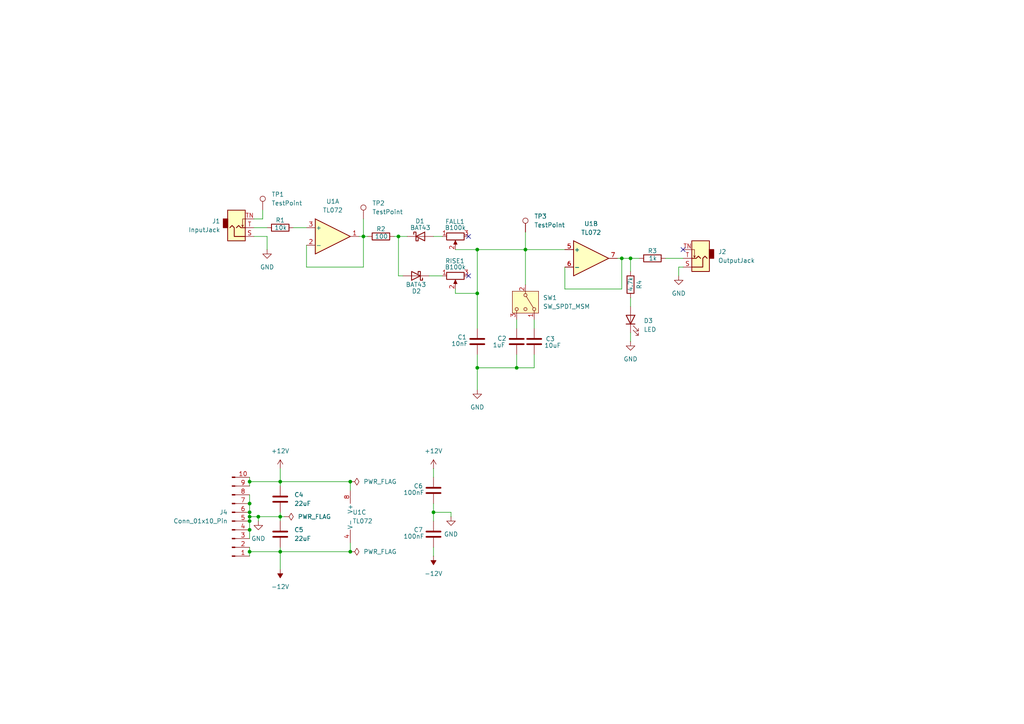
<source format=kicad_sch>
(kicad_sch (version 20231120) (generator "eeschema") (generator_version "8.0")
  (paper "A4")
  (title_block (title "MiniSlew") (rev "v0.1") (company "benjiaomodular") (comment 1 "Slew Limiter for Eurorack"))
  (lib_symbols
    (symbol "Amplifier_Operational:TL072" (pin_names (offset 0.127))
      (property "Reference" "U" (at 0 5.08 0))
      (property "Value" "TL072" (at 0 -5.08 0))
      (symbol "TL072_1_1"
        (polyline (pts (xy -5.08 5.08) (xy 5.08 0) (xy -5.08 -5.08) (xy -5.08 5.08)) (stroke (width 0.254)) (fill (type background)))
        (pin output line (at 7.62 0 180) (length 2.54) (name "~") (number "1"))
        (pin input line (at -7.62 -2.54 0) (length 2.54) (name "-") (number "2"))
        (pin input line (at -7.62 2.54 0) (length 2.54) (name "+") (number "3"))
      )
      (symbol "TL072_2_1"
        (polyline (pts (xy -5.08 5.08) (xy 5.08 0) (xy -5.08 -5.08) (xy -5.08 5.08)) (stroke (width 0.254)) (fill (type background)))
        (pin input line (at -7.62 2.54 0) (length 2.54) (name "+") (number "5"))
        (pin input line (at -7.62 -2.54 0) (length 2.54) (name "-") (number "6"))
        (pin output line (at 7.62 0 180) (length 2.54) (name "~") (number "7"))
      )
      (symbol "TL072_3_1"
        (pin power_in line (at -2.54 -7.62 90) (length 3.81) (name "V-") (number "4"))
        (pin power_in line (at -2.54 7.62 270) (length 3.81) (name "V+") (number "8"))
      )
    )
    (symbol "Connector:Conn_01x10_Pin" (pin_names (offset 1.016) hide)
      (property "Reference" "J" (at 0 12.7 0))
      (property "Value" "Conn_01x10_Pin" (at 0 -15.24 0))
      (symbol "Conn_01x10_Pin_1_1"
        (polyline (pts (xy 1.27 -12.7) (xy 0.8636 -12.7)) (stroke (width 0.1524)))
        (polyline (pts (xy 1.27 -10.16) (xy 0.8636 -10.16)) (stroke (width 0.1524)))
        (polyline (pts (xy 1.27 -7.62) (xy 0.8636 -7.62)) (stroke (width 0.1524)))
        (polyline (pts (xy 1.27 -5.08) (xy 0.8636 -5.08)) (stroke (width 0.1524)))
        (polyline (pts (xy 1.27 -2.54) (xy 0.8636 -2.54)) (stroke (width 0.1524)))
        (polyline (pts (xy 1.27 0) (xy 0.8636 0)) (stroke (width 0.1524)))
        (polyline (pts (xy 1.27 2.54) (xy 0.8636 2.54)) (stroke (width 0.1524)))
        (polyline (pts (xy 1.27 5.08) (xy 0.8636 5.08)) (stroke (width 0.1524)))
        (polyline (pts (xy 1.27 7.62) (xy 0.8636 7.62)) (stroke (width 0.1524)))
        (polyline (pts (xy 1.27 10.16) (xy 0.8636 10.16)) (stroke (width 0.1524)))
        (rectangle (start 0.8636 -12.573) (end 0 -12.827) (stroke (width 0.1524)) (fill (type outline)))
        (rectangle (start 0.8636 -10.033) (end 0 -10.287) (stroke (width 0.1524)) (fill (type outline)))
        (rectangle (start 0.8636 -7.493) (end 0 -7.747) (stroke (width 0.1524)) (fill (type outline)))
        (rectangle (start 0.8636 -4.953) (end 0 -5.207) (stroke (width 0.1524)) (fill (type outline)))
        (rectangle (start 0.8636 -2.413) (end 0 -2.667) (stroke (width 0.1524)) (fill (type outline)))
        (rectangle (start 0.8636 0.127) (end 0 -0.127) (stroke (width 0.1524)) (fill (type outline)))
        (rectangle (start 0.8636 2.667) (end 0 2.413) (stroke (width 0.1524)) (fill (type outline)))
        (rectangle (start 0.8636 5.207) (end 0 4.953) (stroke (width 0.1524)) (fill (type outline)))
        (rectangle (start 0.8636 7.747) (end 0 7.493) (stroke (width 0.1524)) (fill (type outline)))
        (rectangle (start 0.8636 10.287) (end 0 10.033) (stroke (width 0.1524)) (fill (type outline)))
        (pin passive line (at 5.08 10.16 180) (length 3.81) (name "Pin_1") (number "1"))
        (pin passive line (at 5.08 -12.7 180) (length 3.81) (name "Pin_10") (number "10"))
        (pin passive line (at 5.08 7.62 180) (length 3.81) (name "Pin_2") (number "2"))
        (pin passive line (at 5.08 5.08 180) (length 3.81) (name "Pin_3") (number "3"))
        (pin passive line (at 5.08 2.54 180) (length 3.81) (name "Pin_4") (number "4"))
        (pin passive line (at 5.08 0 180) (length 3.81) (name "Pin_5") (number "5"))
        (pin passive line (at 5.08 -2.54 180) (length 3.81) (name "Pin_6") (number "6"))
        (pin passive line (at 5.08 -5.08 180) (length 3.81) (name "Pin_7") (number "7"))
        (pin passive line (at 5.08 -7.62 180) (length 3.81) (name "Pin_8") (number "8"))
        (pin passive line (at 5.08 -10.16 180) (length 3.81) (name "Pin_9") (number "9"))
      )
    )
    (symbol "Connector:TestPoint" (pin_numbers hide) (pin_names (offset 0.762) hide)
      (property "Reference" "TP" (at 0 6.858 0))
      (property "Value" "TestPoint" (at 0 5.08 0))
      (symbol "TestPoint_0_1"
        (circle (center 0 3.302) (radius 0.762))
      )
      (symbol "TestPoint_1_1"
        (pin passive line (at 0 0 90) (length 2.54) (name "1") (number "1"))
      )
    )
    (symbol "Connector_Audio:AudioJack2_SwitchT"
      (property "Reference" "J" (at 0 8.89 0))
      (property "Value" "AudioJack2_SwitchT" (at 0 6.35 0))
      (symbol "AudioJack2_SwitchT_0_1"
        (rectangle (start -2.54 0) (end -3.81 -2.54) (stroke (width 0.254)) (fill (type outline)))
        (polyline (pts (xy 1.778 -0.254) (xy 2.032 -0.762)))
        (polyline (pts (xy 0 0) (xy 0.635 -0.635) (xy 1.27 0) (xy 2.54 0)) (stroke (width 0.254)))
        (polyline (pts (xy 2.54 -2.54) (xy 1.778 -2.54) (xy 1.778 -0.254) (xy 1.524 -0.762)))
        (polyline (pts (xy 2.54 2.54) (xy -0.635 2.54) (xy -0.635 0) (xy -1.27 -0.635) (xy -1.905 0)) (stroke (width 0.254)))
        (rectangle (start 2.54 3.81) (end -2.54 -5.08) (stroke (width 0.254)) (fill (type background)))
      )
      (symbol "AudioJack2_SwitchT_1_1"
        (pin passive line (at 5.08 2.54 180) (length 2.54) (name "~") (number "S"))
        (pin passive line (at 5.08 0 180) (length 2.54) (name "~") (number "T"))
        (pin passive line (at 5.08 -2.54 180) (length 2.54) (name "~") (number "TN"))
      )
    )
    (symbol "Device:C" (pin_numbers hide) (pin_names (offset 0.254))
      (property "Reference" "C" (at 0.635 2.54 0))
      (property "Value" "C" (at 0.635 -2.54 0))
      (symbol "C_0_1"
        (polyline (pts (xy -2.032 -0.762) (xy 2.032 -0.762)) (stroke (width 0.508)))
        (polyline (pts (xy -2.032 0.762) (xy 2.032 0.762)) (stroke (width 0.508)))
      )
      (symbol "C_1_1"
        (pin passive line (at 0 3.81 270) (length 2.794) (name "~") (number "1"))
        (pin passive line (at 0 -3.81 90) (length 2.794) (name "~") (number "2"))
      )
    )
    (symbol "Device:LED" (pin_numbers hide) (pin_names (offset 1.016) hide)
      (property "Reference" "D" (at 0 2.54 0))
      (property "Value" "LED" (at 0 -2.54 0))
      (symbol "LED_0_1"
        (polyline (pts (xy -1.27 -1.27) (xy -1.27 1.27)) (stroke (width 0.254)))
        (polyline (pts (xy -1.27 0) (xy 1.27 0)))
        (polyline (pts (xy 1.27 -1.27) (xy 1.27 1.27) (xy -1.27 0) (xy 1.27 -1.27)) (stroke (width 0.254)))
        (polyline (pts (xy -3.048 -0.762) (xy -4.572 -2.286) (xy -3.81 -2.286) (xy -4.572 -2.286) (xy -4.572 -1.524)))
        (polyline (pts (xy -1.778 -0.762) (xy -3.302 -2.286) (xy -2.54 -2.286) (xy -3.302 -2.286) (xy -3.302 -1.524)))
      )
      (symbol "LED_1_1"
        (pin passive line (at -3.81 0 0) (length 2.54) (name "K") (number "1"))
        (pin passive line (at 3.81 0 180) (length 2.54) (name "A") (number "2"))
      )
    )
    (symbol "Device:R" (pin_numbers hide) (pin_names (offset 0))
      (property "Reference" "R" (at 2.032 0 90))
      (property "Value" "R" (at 0 0 90))
      (symbol "R_0_1"
        (rectangle (start -1.016 -2.54) (end 1.016 2.54) (stroke (width 0.254)))
      )
      (symbol "R_1_1"
        (pin passive line (at 0 3.81 270) (length 1.27) (name "~") (number "1"))
        (pin passive line (at 0 -3.81 90) (length 1.27) (name "~") (number "2"))
      )
    )
    (symbol "Device:R_Potentiometer" (pin_names (offset 1.016) hide)
      (property "Reference" "RV" (at -4.445 0 90))
      (property "Value" "R_Potentiometer" (at -2.54 0 90))
      (symbol "R_Potentiometer_0_1"
        (polyline (pts (xy 2.54 0) (xy 1.524 0)))
        (polyline (pts (xy 1.143 0) (xy 2.286 0.508) (xy 2.286 -0.508) (xy 1.143 0)) (fill (type outline)))
        (rectangle (start 1.016 2.54) (end -1.016 -2.54) (stroke (width 0.254)))
      )
      (symbol "R_Potentiometer_1_1"
        (pin passive line (at 0 3.81 270) (length 1.27) (name "1") (number "1"))
        (pin passive line (at 3.81 0 180) (length 1.27) (name "2") (number "2"))
        (pin passive line (at 0 -3.81 90) (length 1.27) (name "3") (number "3"))
      )
    )
    (symbol "Diode:BAT43" (pin_numbers hide) (pin_names (offset 1.016) hide)
      (property "Reference" "D" (at 0 2.54 0))
      (property "Value" "BAT43" (at 0 -2.54 0))
      (symbol "BAT43_0_1"
        (polyline (pts (xy 1.27 0) (xy -1.27 0)))
        (polyline (pts (xy 1.27 1.27) (xy 1.27 -1.27) (xy -1.27 0) (xy 1.27 1.27)) (stroke (width 0.254)))
        (polyline (pts (xy -1.905 0.635) (xy -1.905 1.27) (xy -1.27 1.27) (xy -1.27 -1.27) (xy -0.635 -1.27) (xy -0.635 -0.635)) (stroke (width 0.254)))
      )
      (symbol "BAT43_1_1"
        (pin passive line (at -3.81 0 0) (length 2.54) (name "K") (number "1"))
        (pin passive line (at 3.81 0 180) (length 2.54) (name "A") (number "2"))
      )
    )
    (symbol "GND_1" (power) (pin_numbers hide) (pin_names (offset 0) hide)
      (property "Value" "GND" (at 0 -3.81 0))
      (symbol "GND_1_0_1"
        (polyline (pts (xy 0 0) (xy 0 -1.27) (xy 1.27 -1.27) (xy 0 -2.54) (xy -1.27 -1.27) (xy 0 -1.27)))
      )
      (symbol "GND_1_1_1"
        (pin power_in line (at 0 0 270) (length 0) (name "~") (number "1"))
      )
    )
    (symbol "Switch:SW_SPDT_MSM" (pin_names (offset 0) hide)
      (property "Reference" "SW" (at 0 5.08 0))
      (property "Value" "SW_SPDT_MSM" (at 0 -5.08 0))
      (symbol "SW_SPDT_MSM_0_1"
        (circle (center -2.032 0) (radius 0.4572))
        (polyline (pts (xy -1.651 0.254) (xy 1.651 2.286)))
        (circle (center 2.032 -2.54) (radius 0.4572))
        (circle (center 2.032 0) (radius 0.4572))
        (circle (center 2.032 2.54) (radius 0.4572))
      )
      (symbol "SW_SPDT_MSM_1_1"
        (rectangle (start -3.175 3.81) (end 3.175 -3.81) (fill (type background)))
        (pin passive line (at 5.08 2.54 180) (length 2.54) (name "1") (number "1"))
        (pin passive line (at -5.08 0 0) (length 2.54) (name "3") (number "2"))
        (pin passive line (at 5.08 -2.54 180) (length 2.54) (name "4") (number "3"))
      )
    )
    (symbol "power:+12V" (power) (pin_numbers hide) (pin_names (offset 0) hide)
      (property "Value" "+12V" (at 0 3.556 0))
      (symbol "+12V_0_1"
        (polyline (pts (xy -0.762 1.27) (xy 0 2.54)))
        (polyline (pts (xy 0 0) (xy 0 2.54)))
        (polyline (pts (xy 0 2.54) (xy 0.762 1.27)))
      )
      (symbol "+12V_1_1"
        (pin power_in line (at 0 0 90) (length 0) (name "~") (number "1"))
      )
    )
    (symbol "power:-12V" (power) (pin_numbers hide) (pin_names (offset 0) hide)
      (property "Value" "-12V" (at 0 3.556 0))
      (symbol "-12V_0_0"
        (pin power_in line (at 0 0 90) (length 0) (name "~") (number "1"))
      )
      (symbol "-12V_0_1"
        (polyline (pts (xy 0 0) (xy 0 1.27) (xy 0.762 1.27) (xy 0 2.54) (xy -0.762 1.27) (xy 0 1.27)) (fill (type outline)))
      )
    )
    (symbol "power:PWR_FLAG" (power) (pin_numbers hide) (pin_names (offset 0) hide)
      (property "Value" "PWR_FLAG" (at 0 3.81 0))
      (symbol "PWR_FLAG_0_0"
        (pin power_out line (at 0 0 90) (length 0) (name "~") (number "1"))
      )
      (symbol "PWR_FLAG_0_1"
        (polyline (pts (xy 0 0) (xy 0 1.27) (xy -1.016 1.905) (xy 0 2.54) (xy 1.016 1.905) (xy 0 1.27)))
      )
    )
  )
  (junction (at 72.39 160.02))
  (junction (at 115.57 68.58))
  (junction (at 125.73 148.59))
  (junction (at 152.4 72.39))
  (junction (at 138.43 72.39))
  (junction (at 72.39 139.7))
  (junction (at 138.43 106.68))
  (junction (at 72.39 149.86))
  (junction (at 138.43 85.09))
  (junction (at 81.28 149.86))
  (junction (at 101.6 139.7))
  (junction (at 74.93 149.86))
  (junction (at 105.41 68.58))
  (junction (at 81.28 160.02))
  (junction (at 81.28 139.7))
  (junction (at 72.39 151.13))
  (junction (at 182.88 74.93))
  (junction (at 72.39 148.59))
  (junction (at 149.86 106.68))
  (junction (at 72.39 153.67))
  (junction (at 101.6 160.02))
  (junction (at 72.39 146.05))
  (junction (at 180.34 74.93))
  (no_connect (at 135.89 68.58))
  (no_connect (at 135.89 80.01))
  (no_connect (at 198.12 72.39))
  (wire (pts (xy 138.43 72.39) (xy 152.4 72.39)))
  (wire (pts (xy 104.14 68.58) (xy 105.41 68.58)))
  (wire (pts (xy 152.4 72.39) (xy 163.83 72.39)))
  (wire (pts (xy 138.43 102.87) (xy 138.43 106.68)))
  (wire (pts (xy 138.43 106.68) (xy 138.43 113.03)))
  (wire (pts (xy 196.85 77.47) (xy 196.85 80.01)))
  (wire (pts (xy 179.07 74.93) (xy 180.34 74.93)))
  (wire (pts (xy 81.28 148.59) (xy 81.28 149.86)))
  (wire (pts (xy 81.28 139.7) (xy 101.6 139.7)))
  (wire (pts (xy 115.57 80.01) (xy 116.84 80.01)))
  (wire (pts (xy 74.93 149.86) (xy 74.93 151.13)))
  (wire (pts (xy 154.94 102.87) (xy 154.94 106.68)))
  (wire (pts (xy 81.28 158.75) (xy 81.28 160.02)))
  (wire (pts (xy 106.68 68.58) (xy 105.41 68.58)))
  (wire (pts (xy 72.39 160.02) (xy 81.28 160.02)))
  (wire (pts (xy 81.28 160.02) (xy 101.6 160.02)))
  (wire (pts (xy 74.93 149.86) (xy 81.28 149.86)))
  (wire (pts (xy 77.47 68.58) (xy 77.47 72.39)))
  (wire (pts (xy 138.43 106.68) (xy 149.86 106.68)))
  (wire (pts (xy 182.88 74.93) (xy 185.42 74.93)))
  (wire (pts (xy 72.39 151.13) (xy 72.39 153.67)))
  (wire (pts (xy 132.08 85.09) (xy 132.08 83.82)))
  (wire (pts (xy 149.86 92.71) (xy 149.86 95.25)))
  (wire (pts (xy 149.86 106.68) (xy 154.94 106.68)))
  (wire (pts (xy 115.57 68.58) (xy 115.57 80.01)))
  (wire (pts (xy 73.66 68.58) (xy 77.47 68.58)))
  (wire (pts (xy 101.6 157.48) (xy 101.6 160.02)))
  (wire (pts (xy 101.6 139.7) (xy 101.6 142.24)))
  (wire (pts (xy 114.3 68.58) (xy 115.57 68.58)))
  (wire (pts (xy 138.43 85.09) (xy 138.43 95.25)))
  (wire (pts (xy 125.73 158.75) (xy 125.73 161.29)))
  (wire (pts (xy 130.81 148.59) (xy 125.73 148.59)))
  (wire (pts (xy 125.73 146.05) (xy 125.73 148.59)))
  (wire (pts (xy 72.39 160.02) (xy 72.39 161.29)))
  (wire (pts (xy 182.88 86.36) (xy 182.88 88.9)))
  (wire (pts (xy 154.94 92.71) (xy 154.94 95.25)))
  (wire (pts (xy 132.08 85.09) (xy 138.43 85.09)))
  (wire (pts (xy 81.28 149.86) (xy 82.55 149.86)))
  (wire (pts (xy 180.34 74.93) (xy 180.34 83.82)))
  (wire (pts (xy 72.39 153.67) (xy 72.39 156.21)))
  (wire (pts (xy 81.28 160.02) (xy 81.28 165.1)))
  (wire (pts (xy 163.83 83.82) (xy 163.83 77.47)))
  (wire (pts (xy 152.4 72.39) (xy 152.4 82.55)))
  (wire (pts (xy 72.39 139.7) (xy 72.39 140.97)))
  (wire (pts (xy 124.46 80.01) (xy 128.27 80.01)))
  (wire (pts (xy 193.04 74.93) (xy 198.12 74.93)))
  (wire (pts (xy 130.81 149.86) (xy 130.81 148.59)))
  (wire (pts (xy 132.08 72.39) (xy 138.43 72.39)))
  (wire (pts (xy 72.39 138.43) (xy 72.39 139.7)))
  (wire (pts (xy 182.88 74.93) (xy 182.88 78.74)))
  (wire (pts (xy 72.39 148.59) (xy 72.39 149.86)))
  (wire (pts (xy 180.34 74.93) (xy 182.88 74.93)))
  (wire (pts (xy 72.39 146.05) (xy 72.39 148.59)))
  (wire (pts (xy 76.2 63.5) (xy 73.66 63.5)))
  (wire (pts (xy 73.66 66.04) (xy 77.47 66.04)))
  (wire (pts (xy 76.2 60.96) (xy 76.2 63.5)))
  (wire (pts (xy 105.41 63.5) (xy 105.41 68.58)))
  (wire (pts (xy 138.43 72.39) (xy 138.43 85.09)))
  (wire (pts (xy 180.34 83.82) (xy 163.83 83.82)))
  (wire (pts (xy 149.86 102.87) (xy 149.86 106.68)))
  (wire (pts (xy 81.28 139.7) (xy 81.28 140.97)))
  (wire (pts (xy 85.09 66.04) (xy 88.9 66.04)))
  (wire (pts (xy 125.73 68.58) (xy 128.27 68.58)))
  (wire (pts (xy 81.28 149.86) (xy 81.28 151.13)))
  (wire (pts (xy 72.39 143.51) (xy 72.39 146.05)))
  (wire (pts (xy 72.39 149.86) (xy 72.39 151.13)))
  (wire (pts (xy 115.57 68.58) (xy 118.11 68.58)))
  (wire (pts (xy 81.28 135.89) (xy 81.28 139.7)))
  (wire (pts (xy 196.85 77.47) (xy 198.12 77.47)))
  (wire (pts (xy 152.4 67.31) (xy 152.4 72.39)))
  (wire (pts (xy 72.39 158.75) (xy 72.39 160.02)))
  (wire (pts (xy 182.88 96.52) (xy 182.88 99.06)))
  (wire (pts (xy 125.73 148.59) (xy 125.73 151.13)))
  (wire (pts (xy 125.73 135.89) (xy 125.73 138.43)))
  (wire (pts (xy 88.9 77.47) (xy 105.41 77.47)))
  (wire (pts (xy 72.39 139.7) (xy 81.28 139.7)))
  (wire (pts (xy 105.41 77.47) (xy 105.41 68.58)))
  (wire (pts (xy 72.39 149.86) (xy 74.93 149.86)))
  (wire (pts (xy 88.9 71.12) (xy 88.9 77.47)))
  (symbol (lib_id "Switch:SW_SPDT_MSM") (at 152.4 87.63 270) (unit 1)
    (property "Reference" "SW1" (at 157.48 86.3599 90) (effects (justify left)))
    (property "Value" "SW_SPDT_MSM" (at 157.48 88.8999 90) (effects (justify left)))
    (property "Footprint" "benjiaomodular:ToggleSwitch_SMTS-102" (effects (hide yes)))
    (property "Description" "Switch, single pole double throw, center OFF position" (effects (hide yes)))
  )
  (symbol (lib_id "Connector:Conn_01x10_Pin") (at 67.31 151.13 0) (mirror x) (unit 1)
    (property "Reference" "J4" (at 66.04 148.5899 0) (effects (justify right)))
    (property "Value" "Conn_01x10_Pin" (at 66.04 151.1299 0) (effects (justify right)))
    (property "Footprint" "Connector_IDC:IDC-Header_2x05_P2.54mm_Vertical" (effects (hide yes)))
    (property "Description" "Generic connector, single row, 01x10, script generated" (effects (hide yes)))
  )
  (symbol (lib_id "Diode:BAT43") (at 121.92 68.58 0) (unit 1)
    (property "Reference" "D1" (at 121.793 64.135 0))
    (property "Value" "BAT43" (at 121.92 66.04 0))
    (property "Footprint" "Diode_SMD:D_SOD-123" (effects (hide yes)))
  )
  (symbol (lib_id "Device:R_Potentiometer") (at 132.08 80.01 90) (mirror x) (unit 1)
    (property "Reference" "RISE1" (at 131.953 75.692 90))
    (property "Value" "B100k" (at 132.08 77.47 90))
    (property "Footprint" "benjiaomodular:Potentiometer_RV09" (effects (hide yes)))
  )
  (symbol (lib_id "Device:C") (at 138.43 99.06 0) (mirror y) (unit 1)
    (property "Reference" "C1" (at 135.382 97.79 0) (effects (justify left)))
    (property "Value" "10nF" (at 135.763 99.695 0) (effects (justify left)))
    (property "Footprint" "Capacitor_SMD:C_0805_2012Metric_Pad1.18x1.45mm_HandSolder" (effects (hide yes)))
  )
  (symbol (lib_name "GND_1") (lib_id "power:GND") (at 196.85 80.01 0) (unit 1)
    (property "Reference" "#PWR09" (effects (hide yes)))
    (property "Value" "GND" (at 196.85 85.09 0))
    (property "Description" "Power symbol creates a global label with name \"GND\" , ground" (effects (hide yes)))
  )
  (symbol (lib_id "Device:C") (at 81.28 144.78 0) (unit 1)
    (property "Reference" "C4" (at 85.344 143.5099 0) (effects (justify left)))
    (property "Value" "22uF" (at 85.344 146.0499 0) (effects (justify left)))
    (property "Footprint" "Capacitor_SMD:C_0805_2012Metric_Pad1.18x1.45mm_HandSolder" (effects (hide yes)))
    (property "Manufacturers Name" "Murata Electronics " (effects (hide yes)))
    (property "Manufacturers Part Number" "GRM21BR61E226ME44L " (effects (hide yes)))
  )
  (symbol (lib_id "Device:R") (at 182.88 82.55 180) (unit 1)
    (property "Reference" "R4" (at 185.42 82.55 90))
    (property "Value" "4.7k" (at 182.88 82.423 90))
    (property "Footprint" "Resistor_SMD:R_0603_1608Metric" (effects (hide yes)))
  )
  (symbol (lib_id "Device:C") (at 149.86 99.06 180) (unit 1)
    (property "Reference" "C2" (at 146.939 98.171 0) (effects (justify left)))
    (property "Value" "1uF" (at 146.558 100.076 0) (effects (justify left)))
    (property "Footprint" "Capacitor_SMD:CP_Elec_6.3x5.8" (effects (hide yes)))
  )
  (symbol (lib_id "Connector:TestPoint") (at 105.41 63.5 0) (unit 1)
    (property "Reference" "TP2" (at 107.95 58.9279 0) (effects (justify left)))
    (property "Value" "TestPoint" (at 107.95 61.4679 0) (effects (justify left)))
    (property "Footprint" "Connector_Wire:SolderWirePad_1x01_SMD_1x2mm" (effects (hide yes)))
    (property "Description" "test point" (effects (hide yes)))
  )
  (symbol (lib_id "Amplifier_Operational:TL072") (at 96.52 68.58 0) (unit 1)
    (property "Reference" "U1" (at 96.52 58.42 0))
    (property "Value" "TL072" (at 96.52 60.96 0))
    (property "Footprint" "Package_SO:SOIC-8_3.9x4.9mm_P1.27mm" (effects (hide yes)))
    (property "Datasheet" "http://www.ti.com/lit/ds/symlink/tl071.pdf" (effects (hide yes)))
  )
  (symbol (lib_id "Device:C") (at 81.28 154.94 0) (unit 1)
    (property "Reference" "C5" (at 85.344 153.6699 0) (effects (justify left)))
    (property "Value" "22uF" (at 85.344 156.2099 0) (effects (justify left)))
    (property "Footprint" "Capacitor_SMD:C_0805_2012Metric_Pad1.18x1.45mm_HandSolder" (effects (hide yes)))
    (property "Manufacturers Name" "Murata Electronics " (effects (hide yes)))
    (property "Manufacturers Part Number" "GRM21BR61E226ME44L " (effects (hide yes)))
  )
  (symbol (lib_id "Device:C") (at 125.73 142.24 0) (mirror y) (unit 1)
    (property "Reference" "C6" (at 122.682 140.97 0) (effects (justify left)))
    (property "Value" "100nF" (at 123.063 142.875 0) (effects (justify left)))
    (property "Footprint" "Capacitor_SMD:C_0805_2012Metric_Pad1.18x1.45mm_HandSolder" (effects (hide yes)))
  )
  (symbol (lib_name "GND_1") (lib_id "power:GND") (at 77.47 72.39 0) (unit 1)
    (property "Reference" "#PWR08" (effects (hide yes)))
    (property "Value" "GND" (at 77.47 77.47 0))
    (property "Description" "Power symbol creates a global label with name \"GND\" , ground" (effects (hide yes)))
  )
  (symbol (lib_id "Amplifier_Operational:TL072") (at 171.45 74.93 0) (unit 2)
    (property "Reference" "U1" (at 171.45 64.897 0))
    (property "Value" "TL072" (at 171.45 67.437 0))
    (property "Footprint" "Package_SO:SOIC-8_3.9x4.9mm_P1.27mm" (effects (hide yes)))
    (property "Datasheet" "http://www.ti.com/lit/ds/symlink/tl071.pdf" (effects (hide yes)))
  )
  (symbol (lib_id "Diode:BAT43") (at 120.65 80.01 180) (unit 1)
    (property "Reference" "D2" (at 120.777 84.455 0))
    (property "Value" "BAT43" (at 120.65 82.55 0))
    (property "Footprint" "Diode_SMD:D_SOD-123" (effects (hide yes)))
  )
  (symbol (lib_id "power:PWR_FLAG") (at 101.6 160.02 270) (unit 1)
    (property "Reference" "#FLG03" (effects (hide yes)))
    (property "Value" "PWR_FLAG" (at 105.41 160.0199 90) (effects (justify left)))
    (property "Description" "Special symbol for telling ERC where power comes from" (effects (hide yes)))
  )
  (symbol (lib_id "Device:R") (at 189.23 74.93 90) (unit 1)
    (property "Reference" "R3" (at 189.23 72.771 90))
    (property "Value" "1k" (at 189.357 74.93 90))
    (property "Footprint" "Resistor_SMD:R_0603_1608Metric" (effects (hide yes)))
  )
  (symbol (lib_id "Device:C") (at 154.94 99.06 0) (unit 1)
    (property "Reference" "C3" (at 158.242 98.298 0) (effects (justify left)))
    (property "Value" "10uF" (at 157.861 100.203 0) (effects (justify left)))
    (property "Footprint" "Capacitor_SMD:CP_Elec_6.3x5.8" (effects (hide yes)))
  )
  (symbol (lib_id "Device:C") (at 125.73 154.94 0) (mirror y) (unit 1)
    (property "Reference" "C7" (at 122.682 153.67 0) (effects (justify left)))
    (property "Value" "100nF" (at 123.063 155.575 0) (effects (justify left)))
    (property "Footprint" "Capacitor_SMD:C_0805_2012Metric_Pad1.18x1.45mm_HandSolder" (effects (hide yes)))
  )
  (symbol (lib_id "power:PWR_FLAG") (at 101.6 139.7 270) (unit 1)
    (property "Reference" "#FLG02" (effects (hide yes)))
    (property "Value" "PWR_FLAG" (at 105.41 139.6999 90) (effects (justify left)))
    (property "Description" "Special symbol for telling ERC where power comes from" (effects (hide yes)))
  )
  (symbol (lib_id "Device:R") (at 110.49 68.58 90) (unit 1)
    (property "Reference" "R2" (at 110.49 66.421 90))
    (property "Value" "100" (at 110.617 68.58 90))
    (property "Footprint" "Resistor_SMD:R_0603_1608Metric" (effects (hide yes)))
  )
  (symbol (lib_id "Connector_Audio:AudioJack2_SwitchT") (at 68.58 66.04 0) (mirror x) (unit 1)
    (property "Reference" "J1" (at 63.881 64.1349 0) (effects (justify right)))
    (property "Value" "InputJack" (at 63.881 66.6749 0) (effects (justify right)))
    (property "Footprint" "benjiaomodular:AudioJack_3.5mm" (effects (hide yes)))
  )
  (symbol (lib_id "power:PWR_FLAG") (at 82.55 149.86 270) (unit 1)
    (property "Reference" "#FLG01" (effects (hide yes)))
    (property "Value" "PWR_FLAG" (at 86.36 149.8599 90) (effects (justify left)))
    (property "Description" "Special symbol for telling ERC where power comes from" (effects (hide yes)))
  )
  (symbol (lib_id "Amplifier_Operational:TL072") (at 104.14 149.86 0) (unit 3)
    (property "Reference" "U1" (at 102.235 148.59 0) (effects (justify left)))
    (property "Value" "TL072" (at 102.235 151.13 0) (effects (justify left)))
    (property "Footprint" "Package_SO:SOIC-8_3.9x4.9mm_P1.27mm" (effects (hide yes)))
    (property "Datasheet" "http://www.ti.com/lit/ds/symlink/tl071.pdf" (effects (hide yes)))
  )
  (symbol (lib_name "GND_1") (lib_id "power:GND") (at 182.88 99.06 0) (unit 1)
    (property "Reference" "#PWR03" (effects (hide yes)))
    (property "Value" "GND" (at 182.88 104.14 0))
    (property "Description" "Power symbol creates a global label with name \"GND\" , ground" (effects (hide yes)))
  )
  (symbol (lib_id "Device:R_Potentiometer") (at 132.08 68.58 90) (mirror x) (unit 1)
    (property "Reference" "FALL1" (at 131.953 64.262 90))
    (property "Value" "B100k" (at 132.08 66.04 90))
    (property "Footprint" "benjiaomodular:Potentiometer_RV09" (effects (hide yes)))
  )
  (symbol (lib_id "power:-12V") (at 81.28 165.1 180) (unit 1)
    (property "Reference" "#PWR06" (effects (hide yes)))
    (property "Value" "-12V" (at 81.28 170.18 0))
    (property "Description" "Power symbol creates a global label with name \"-12V\"" (effects (hide yes)))
  )
  (symbol (lib_id "Device:LED") (at 182.88 92.71 90) (unit 1)
    (property "Reference" "D3" (at 186.69 93.0274 90) (effects (justify right)))
    (property "Value" "LED" (at 186.69 95.5674 90) (effects (justify right)))
    (property "Footprint" "LED_THT:LED_D3.0mm" (effects (hide yes)))
    (property "Description" "Light emitting diode" (effects (hide yes)))
  )
  (symbol (lib_id "Connector:TestPoint") (at 76.2 60.96 0) (unit 1)
    (property "Reference" "TP1" (at 78.74 56.3879 0) (effects (justify left)))
    (property "Value" "TestPoint" (at 78.74 58.9279 0) (effects (justify left)))
    (property "Footprint" "Connector_Wire:SolderWirePad_1x01_SMD_1x2mm" (effects (hide yes)))
    (property "Description" "test point" (effects (hide yes)))
  )
  (symbol (lib_id "Device:R") (at 81.28 66.04 90) (unit 1)
    (property "Reference" "R1" (at 81.28 63.881 90))
    (property "Value" "10k" (at 81.407 66.04 90))
    (property "Footprint" "Resistor_SMD:R_0603_1608Metric" (effects (hide yes)))
  )
  (symbol (lib_id "power:-12V") (at 125.73 161.29 180) (unit 1)
    (property "Reference" "#PWR010" (effects (hide yes)))
    (property "Value" "-12V" (at 125.73 166.37 0))
    (property "Description" "Power symbol creates a global label with name \"-12V\"" (effects (hide yes)))
  )
  (symbol (lib_name "GND_1") (lib_id "power:GND") (at 130.81 149.86 0) (unit 1)
    (property "Reference" "#PWR02" (effects (hide yes)))
    (property "Value" "GND" (at 130.81 154.94 0))
    (property "Description" "Power symbol creates a global label with name \"GND\" , ground" (effects (hide yes)))
  )
  (symbol (lib_id "power:+12V") (at 81.28 135.89 0) (unit 1)
    (property "Reference" "#PWR01" (effects (hide yes)))
    (property "Value" "+12V" (at 81.28 130.81 0))
    (property "Description" "Power symbol creates a global label with name \"+12V\"" (effects (hide yes)))
  )
  (symbol (lib_id "Connector:TestPoint") (at 152.4 67.31 0) (unit 1)
    (property "Reference" "TP3" (at 154.94 62.7379 0) (effects (justify left)))
    (property "Value" "TestPoint" (at 154.94 65.2779 0) (effects (justify left)))
    (property "Footprint" "Connector_Wire:SolderWirePad_1x01_SMD_1x2mm" (effects (hide yes)))
    (property "Description" "test point" (effects (hide yes)))
  )
  (symbol (lib_id "power:+12V") (at 125.73 135.89 0) (unit 1)
    (property "Reference" "#PWR07" (effects (hide yes)))
    (property "Value" "+12V" (at 125.73 130.81 0))
    (property "Description" "Power symbol creates a global label with name \"+12V\"" (effects (hide yes)))
  )
  (symbol (lib_name "GND_1") (lib_id "power:GND") (at 74.93 151.13 0) (unit 1)
    (property "Reference" "#PWR05" (effects (hide yes)))
    (property "Value" "GND" (at 74.93 156.21 0))
    (property "Description" "Power symbol creates a global label with name \"GND\" , ground" (effects (hide yes)))
  )
  (symbol (lib_id "Connector_Audio:AudioJack2_SwitchT") (at 203.2 74.93 180) (unit 1)
    (property "Reference" "J2" (at 208.28 73.025 0) (effects (justify right)))
    (property "Value" "OutputJack" (at 208.28 75.565 0) (effects (justify right)))
    (property "Footprint" "benjiaomodular:AudioJack_3.5mm" (effects (hide yes)))
  )
  (symbol (lib_name "GND_1") (lib_id "power:GND") (at 138.43 113.03 0) (unit 1)
    (property "Reference" "#PWR04" (effects (hide yes)))
    (property "Value" "GND" (at 138.43 118.11 0))
    (property "Description" "Power symbol creates a global label with name \"GND\" , ground" (effects (hide yes)))
  )
)
</source>
